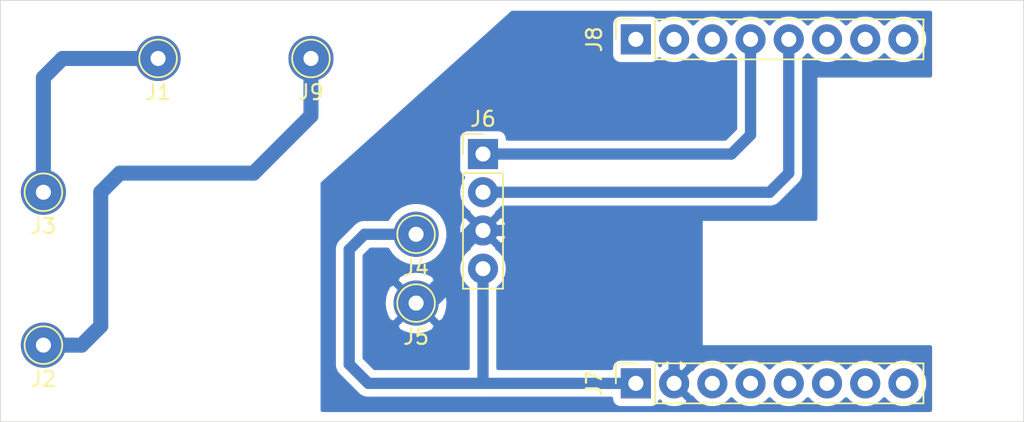
<source format=kicad_pcb>
(kicad_pcb (version 20171130) (host pcbnew "(5.0.2)-1")

  (general
    (thickness 1.6)
    (drawings 4)
    (tracks 34)
    (zones 0)
    (modules 9)
    (nets 7)
  )

  (page User 210.007 148.006)
  (layers
    (0 F.Cu signal)
    (31 B.Cu signal)
    (32 B.Adhes user)
    (33 F.Adhes user)
    (34 B.Paste user)
    (35 F.Paste user)
    (36 B.SilkS user)
    (37 F.SilkS user)
    (38 B.Mask user)
    (39 F.Mask user)
    (40 Dwgs.User user)
    (41 Cmts.User user)
    (42 Eco1.User user)
    (43 Eco2.User user)
    (44 Edge.Cuts user)
    (45 Margin user)
    (46 B.CrtYd user)
    (47 F.CrtYd user)
    (48 B.Fab user)
    (49 F.Fab user hide)
  )

  (setup
    (last_trace_width 0.25)
    (user_trace_width 0.5)
    (user_trace_width 0.75)
    (user_trace_width 1)
    (trace_clearance 0.2)
    (zone_clearance 0.508)
    (zone_45_only no)
    (trace_min 0.2)
    (segment_width 0.2)
    (edge_width 0.05)
    (via_size 0.8)
    (via_drill 0.4)
    (via_min_size 0.4)
    (via_min_drill 0.3)
    (uvia_size 0.3)
    (uvia_drill 0.1)
    (uvias_allowed no)
    (uvia_min_size 0.2)
    (uvia_min_drill 0.1)
    (pcb_text_width 0.3)
    (pcb_text_size 1.5 1.5)
    (mod_edge_width 0.12)
    (mod_text_size 1 1)
    (mod_text_width 0.15)
    (pad_size 3 3)
    (pad_drill 1)
    (pad_to_mask_clearance 0)
    (solder_mask_min_width 0.25)
    (aux_axis_origin 0 0)
    (visible_elements 7FFFFFFF)
    (pcbplotparams
      (layerselection 0x00000_fffffffe)
      (usegerberextensions false)
      (usegerberattributes true)
      (usegerberadvancedattributes true)
      (creategerberjobfile true)
      (excludeedgelayer false)
      (linewidth 0.100000)
      (plotframeref false)
      (viasonmask false)
      (mode 1)
      (useauxorigin false)
      (hpglpennumber 1)
      (hpglpenspeed 20)
      (hpglpendiameter 15.000000)
      (psnegative false)
      (psa4output false)
      (plotreference false)
      (plotvalue false)
      (plotinvisibletext false)
      (padsonsilk true)
      (subtractmaskfromsilk false)
      (outputformat 5)
      (mirror false)
      (drillshape 1)
      (scaleselection 1)
      (outputdirectory ""))
  )

  (net 0 "")
  (net 1 "Net-(J1-Pad1)")
  (net 2 /ac_neutral)
  (net 3 /dc_5v)
  (net 4 /gnd)
  (net 5 /clk)
  (net 6 /dio)

  (net_class Default "This is the default net class."
    (clearance 0.2)
    (trace_width 0.25)
    (via_dia 0.8)
    (via_drill 0.4)
    (uvia_dia 0.3)
    (uvia_drill 0.1)
    (add_net /ac_neutral)
    (add_net /clk)
    (add_net /dc_5v)
    (add_net /dio)
    (add_net /gnd)
    (add_net "Net-(J1-Pad1)")
  )

  (module Connector_Pin:Pin_D1.0mm_L10.0mm (layer F.Cu) (tedit 5FC9562B) (tstamp 5FC96122)
    (at 22.86 41.91)
    (descr "solder Pin_ diameter 1.0mm, hole diameter 1.0mm (press fit), length 10.0mm")
    (tags "solder Pin_ press fit")
    (path /5FC9CF43)
    (fp_text reference J2 (at 0 2.25) (layer F.SilkS)
      (effects (font (size 1 1) (thickness 0.15)))
    )
    (fp_text value Conn_01x01_Male (at 0 -2.05) (layer F.Fab)
      (effects (font (size 1 1) (thickness 0.15)))
    )
    (fp_circle (center 0 0) (end 1.25 0.05) (layer F.SilkS) (width 0.12))
    (fp_circle (center 0 0) (end 1 0) (layer F.Fab) (width 0.12))
    (fp_circle (center 0 0) (end 0.5 0) (layer F.Fab) (width 0.12))
    (fp_circle (center 0 0) (end 1.5 0) (layer F.CrtYd) (width 0.05))
    (fp_text user %R (at 0 2.25) (layer F.Fab)
      (effects (font (size 1 1) (thickness 0.15)))
    )
    (pad 1 thru_hole circle (at 0 0) (size 3 3) (drill 1) (layers *.Cu *.Mask)
      (net 2 /ac_neutral))
    (model ${KISYS3DMOD}/Connector_Pin.3dshapes/Pin_D1.0mm_L10.0mm.wrl
      (at (xyz 0 0 0))
      (scale (xyz 1 1 1))
      (rotate (xyz 0 0 0))
    )
  )

  (module Connector_Pin:Pin_D1.0mm_L10.0mm (layer F.Cu) (tedit 5FCCAEC8) (tstamp 5FC9612C)
    (at 22.86 31.75)
    (descr "solder Pin_ diameter 1.0mm, hole diameter 1.0mm (press fit), length 10.0mm")
    (tags "solder Pin_ press fit")
    (path /5FC9D399)
    (fp_text reference J3 (at 0 2.25) (layer F.SilkS)
      (effects (font (size 1 1) (thickness 0.15)))
    )
    (fp_text value Conn_01x01_Male (at 0 -2.05) (layer F.Fab)
      (effects (font (size 1 1) (thickness 0.15)))
    )
    (fp_text user %R (at 0 2.25) (layer F.Fab)
      (effects (font (size 1 1) (thickness 0.15)))
    )
    (fp_circle (center 0 0) (end 1.5 0) (layer F.CrtYd) (width 0.05))
    (fp_circle (center 0 0) (end 0.5 0) (layer F.Fab) (width 0.12))
    (fp_circle (center 0 0) (end 1 0) (layer F.Fab) (width 0.12))
    (fp_circle (center 0 0) (end 1.25 0.05) (layer F.SilkS) (width 0.12))
    (pad 1 thru_hole circle (at 0 0) (size 3 3) (drill 1) (layers *.Cu *.Mask)
      (net 1 "Net-(J1-Pad1)"))
    (model ${KISYS3DMOD}/Connector_Pin.3dshapes/Pin_D1.0mm_L10.0mm.wrl
      (at (xyz 0 0 0))
      (scale (xyz 1 1 1))
      (rotate (xyz 0 0 0))
    )
  )

  (module Connector_Pin:Pin_D1.0mm_L10.0mm (layer F.Cu) (tedit 5FC95611) (tstamp 5FC96136)
    (at 47.625 34.544)
    (descr "solder Pin_ diameter 1.0mm, hole diameter 1.0mm (press fit), length 10.0mm")
    (tags "solder Pin_ press fit")
    (path /5FC9D582)
    (fp_text reference J4 (at 0 2.25) (layer F.SilkS)
      (effects (font (size 1 1) (thickness 0.15)))
    )
    (fp_text value Conn_01x01_Male (at 0 -2.05) (layer F.Fab)
      (effects (font (size 1 1) (thickness 0.15)))
    )
    (fp_circle (center 0 0) (end 1.25 0.05) (layer F.SilkS) (width 0.12))
    (fp_circle (center 0 0) (end 1 0) (layer F.Fab) (width 0.12))
    (fp_circle (center 0 0) (end 0.5 0) (layer F.Fab) (width 0.12))
    (fp_circle (center 0 0) (end 1.5 0) (layer F.CrtYd) (width 0.05))
    (fp_text user %R (at 0 2.25) (layer F.Fab)
      (effects (font (size 1 1) (thickness 0.15)))
    )
    (pad 1 thru_hole circle (at 0 0) (size 3 3) (drill 1) (layers *.Cu *.Mask)
      (net 3 /dc_5v))
    (model ${KISYS3DMOD}/Connector_Pin.3dshapes/Pin_D1.0mm_L10.0mm.wrl
      (at (xyz 0 0 0))
      (scale (xyz 1 1 1))
      (rotate (xyz 0 0 0))
    )
  )

  (module Connector_Pin:Pin_D1.0mm_L10.0mm (layer F.Cu) (tedit 5FC9561C) (tstamp 5FC96140)
    (at 47.625 39.116)
    (descr "solder Pin_ diameter 1.0mm, hole diameter 1.0mm (press fit), length 10.0mm")
    (tags "solder Pin_ press fit")
    (path /5FC9D8B6)
    (fp_text reference J5 (at 0 2.25) (layer F.SilkS)
      (effects (font (size 1 1) (thickness 0.15)))
    )
    (fp_text value Conn_01x01_Male (at 0 -2.05) (layer F.Fab)
      (effects (font (size 1 1) (thickness 0.15)))
    )
    (fp_text user %R (at 0 2.25) (layer F.Fab)
      (effects (font (size 1 1) (thickness 0.15)))
    )
    (fp_circle (center 0 0) (end 1.5 0) (layer F.CrtYd) (width 0.05))
    (fp_circle (center 0 0) (end 0.5 0) (layer F.Fab) (width 0.12))
    (fp_circle (center 0 0) (end 1 0) (layer F.Fab) (width 0.12))
    (fp_circle (center 0 0) (end 1.25 0.05) (layer F.SilkS) (width 0.12))
    (pad 1 thru_hole circle (at 0 0) (size 3 3) (drill 1) (layers *.Cu *.Mask)
      (net 4 /gnd))
    (model ${KISYS3DMOD}/Connector_Pin.3dshapes/Pin_D1.0mm_L10.0mm.wrl
      (at (xyz 0 0 0))
      (scale (xyz 1 1 1))
      (rotate (xyz 0 0 0))
    )
  )

  (module Connector_PinHeader_2.54mm:PinHeader_1x04_P2.54mm_Vertical (layer F.Cu) (tedit 5FCCAE3B) (tstamp 5FC96158)
    (at 52.07 29.21)
    (descr "Through hole straight pin header, 1x04, 2.54mm pitch, single row")
    (tags "Through hole pin header THT 1x04 2.54mm single row")
    (path /5FC9B056)
    (fp_text reference J6 (at 0 -2.33) (layer F.SilkS)
      (effects (font (size 1 1) (thickness 0.15)))
    )
    (fp_text value Conn_01x04_Male (at 0 9.95) (layer F.Fab)
      (effects (font (size 1 1) (thickness 0.15)))
    )
    (fp_line (start 1.8 -1.8) (end -1.8 -1.8) (layer F.CrtYd) (width 0.05))
    (fp_line (start 1.8 9.4) (end 1.8 -1.8) (layer F.CrtYd) (width 0.05))
    (fp_line (start -1.8 9.4) (end 1.8 9.4) (layer F.CrtYd) (width 0.05))
    (fp_line (start -1.8 -1.8) (end -1.8 9.4) (layer F.CrtYd) (width 0.05))
    (fp_line (start -1.33 -1.33) (end 0 -1.33) (layer F.SilkS) (width 0.12))
    (fp_line (start -1.33 0) (end -1.33 -1.33) (layer F.SilkS) (width 0.12))
    (fp_line (start -1.33 1.27) (end 1.33 1.27) (layer F.SilkS) (width 0.12))
    (fp_line (start 1.33 1.27) (end 1.33 8.95) (layer F.SilkS) (width 0.12))
    (fp_line (start -1.33 1.27) (end -1.33 8.95) (layer F.SilkS) (width 0.12))
    (fp_line (start -1.33 8.95) (end 1.33 8.95) (layer F.SilkS) (width 0.12))
    (fp_line (start -1.27 -0.635) (end -0.635 -1.27) (layer F.Fab) (width 0.1))
    (fp_line (start -1.27 8.89) (end -1.27 -0.635) (layer F.Fab) (width 0.1))
    (fp_line (start 1.27 8.89) (end -1.27 8.89) (layer F.Fab) (width 0.1))
    (fp_line (start 1.27 -1.27) (end 1.27 8.89) (layer F.Fab) (width 0.1))
    (fp_line (start -0.635 -1.27) (end 1.27 -1.27) (layer F.Fab) (width 0.1))
    (fp_text user %R (at 0 3.81 90) (layer F.Fab)
      (effects (font (size 1 1) (thickness 0.15)))
    )
    (pad 1 thru_hole rect (at 0 0) (size 2 2) (drill 1) (layers *.Cu *.Mask)
      (net 5 /clk))
    (pad 2 thru_hole circle (at 0 2.54) (size 2 2) (drill 1) (layers *.Cu *.Mask)
      (net 6 /dio))
    (pad 3 thru_hole circle (at 0 5.08) (size 2 2) (drill 1) (layers *.Cu *.Mask)
      (net 4 /gnd))
    (pad 4 thru_hole circle (at 0 7.62) (size 2 2) (drill 1) (layers *.Cu *.Mask)
      (net 3 /dc_5v))
    (model ${KISYS3DMOD}/Connector_PinHeader_2.54mm.3dshapes/PinHeader_1x04_P2.54mm_Vertical.wrl
      (at (xyz 0 0 0))
      (scale (xyz 1 1 1))
      (rotate (xyz 0 0 0))
    )
  )

  (module Connector_PinSocket_2.54mm:PinSocket_1x08_P2.54mm_Vertical (layer F.Cu) (tedit 5FCCAE75) (tstamp 5FC96174)
    (at 62.23 44.45 90)
    (descr "Through hole straight socket strip, 1x08, 2.54mm pitch, single row (from Kicad 4.0.7), script generated")
    (tags "Through hole socket strip THT 1x08 2.54mm single row")
    (path /5FC9B915)
    (fp_text reference J7 (at 0 -2.77 90) (layer F.SilkS)
      (effects (font (size 1 1) (thickness 0.15)))
    )
    (fp_text value Conn_01x08_Female (at 0 20.55 90) (layer F.Fab)
      (effects (font (size 1 1) (thickness 0.15)))
    )
    (fp_line (start -1.8 19.55) (end -1.8 -1.8) (layer F.CrtYd) (width 0.05))
    (fp_line (start 1.75 19.55) (end -1.8 19.55) (layer F.CrtYd) (width 0.05))
    (fp_line (start 1.75 -1.8) (end 1.75 19.55) (layer F.CrtYd) (width 0.05))
    (fp_line (start -1.8 -1.8) (end 1.75 -1.8) (layer F.CrtYd) (width 0.05))
    (fp_line (start 0 -1.33) (end 1.33 -1.33) (layer F.SilkS) (width 0.12))
    (fp_line (start 1.33 -1.33) (end 1.33 0) (layer F.SilkS) (width 0.12))
    (fp_line (start 1.33 1.27) (end 1.33 19.11) (layer F.SilkS) (width 0.12))
    (fp_line (start -1.33 19.11) (end 1.33 19.11) (layer F.SilkS) (width 0.12))
    (fp_line (start -1.33 1.27) (end -1.33 19.11) (layer F.SilkS) (width 0.12))
    (fp_line (start -1.33 1.27) (end 1.33 1.27) (layer F.SilkS) (width 0.12))
    (fp_line (start -1.27 19.05) (end -1.27 -1.27) (layer F.Fab) (width 0.1))
    (fp_line (start 1.27 19.05) (end -1.27 19.05) (layer F.Fab) (width 0.1))
    (fp_line (start 1.27 -0.635) (end 1.27 19.05) (layer F.Fab) (width 0.1))
    (fp_line (start 0.635 -1.27) (end 1.27 -0.635) (layer F.Fab) (width 0.1))
    (fp_line (start -1.27 -1.27) (end 0.635 -1.27) (layer F.Fab) (width 0.1))
    (fp_text user %R (at 0 8.89) (layer F.Fab)
      (effects (font (size 1 1) (thickness 0.15)))
    )
    (pad 1 thru_hole rect (at 0 0 90) (size 2 2) (drill 1) (layers *.Cu *.Mask)
      (net 3 /dc_5v))
    (pad 2 thru_hole circle (at 0 2.54 90) (size 2 2) (drill 1) (layers *.Cu *.Mask)
      (net 4 /gnd))
    (pad 3 thru_hole circle (at 0 5.08 90) (size 2 2) (drill 1) (layers *.Cu *.Mask))
    (pad 4 thru_hole circle (at 0 7.62 90) (size 2 2) (drill 1) (layers *.Cu *.Mask))
    (pad 5 thru_hole circle (at 0 10.16 90) (size 2 2) (drill 1) (layers *.Cu *.Mask))
    (pad 6 thru_hole circle (at 0 12.7 90) (size 2 2) (drill 1) (layers *.Cu *.Mask))
    (pad 7 thru_hole circle (at 0 15.24 90) (size 2 2) (drill 1) (layers *.Cu *.Mask))
    (pad 8 thru_hole circle (at 0 17.78 90) (size 2 2) (drill 1) (layers *.Cu *.Mask))
    (model ${KISYS3DMOD}/Connector_PinSocket_2.54mm.3dshapes/PinSocket_1x08_P2.54mm_Vertical.wrl
      (at (xyz 0 0 0))
      (scale (xyz 1 1 1))
      (rotate (xyz 0 0 0))
    )
  )

  (module Connector_PinSocket_2.54mm:PinSocket_1x08_P2.54mm_Vertical (layer F.Cu) (tedit 5FC961C4) (tstamp 5FC96190)
    (at 62.23 21.59 90)
    (descr "Through hole straight socket strip, 1x08, 2.54mm pitch, single row (from Kicad 4.0.7), script generated")
    (tags "Through hole socket strip THT 1x08 2.54mm single row")
    (path /5FC9C10B)
    (fp_text reference J8 (at 0 -2.77 90) (layer F.SilkS)
      (effects (font (size 1 1) (thickness 0.15)))
    )
    (fp_text value Conn_01x08_Female (at 0 20.55 90) (layer F.Fab)
      (effects (font (size 1 1) (thickness 0.15)))
    )
    (fp_text user %R (at 0 8.89) (layer F.Fab)
      (effects (font (size 1 1) (thickness 0.15)))
    )
    (fp_line (start -1.27 -1.27) (end 0.635 -1.27) (layer F.Fab) (width 0.1))
    (fp_line (start 0.635 -1.27) (end 1.27 -0.635) (layer F.Fab) (width 0.1))
    (fp_line (start 1.27 -0.635) (end 1.27 19.05) (layer F.Fab) (width 0.1))
    (fp_line (start 1.27 19.05) (end -1.27 19.05) (layer F.Fab) (width 0.1))
    (fp_line (start -1.27 19.05) (end -1.27 -1.27) (layer F.Fab) (width 0.1))
    (fp_line (start -1.33 1.27) (end 1.33 1.27) (layer F.SilkS) (width 0.12))
    (fp_line (start -1.33 1.27) (end -1.33 19.11) (layer F.SilkS) (width 0.12))
    (fp_line (start -1.33 19.11) (end 1.33 19.11) (layer F.SilkS) (width 0.12))
    (fp_line (start 1.33 1.27) (end 1.33 19.11) (layer F.SilkS) (width 0.12))
    (fp_line (start 1.33 -1.33) (end 1.33 0) (layer F.SilkS) (width 0.12))
    (fp_line (start 0 -1.33) (end 1.33 -1.33) (layer F.SilkS) (width 0.12))
    (fp_line (start -1.8 -1.8) (end 1.75 -1.8) (layer F.CrtYd) (width 0.05))
    (fp_line (start 1.75 -1.8) (end 1.75 19.55) (layer F.CrtYd) (width 0.05))
    (fp_line (start 1.75 19.55) (end -1.8 19.55) (layer F.CrtYd) (width 0.05))
    (fp_line (start -1.8 19.55) (end -1.8 -1.8) (layer F.CrtYd) (width 0.05))
    (pad 8 thru_hole circle (at 0 17.78 90) (size 2 2) (drill 1) (layers *.Cu *.Mask))
    (pad 7 thru_hole circle (at 0 15.24 90) (size 2 2) (drill 1) (layers *.Cu *.Mask))
    (pad 6 thru_hole circle (at 0 12.7 90) (size 2 2) (drill 1) (layers *.Cu *.Mask))
    (pad 5 thru_hole circle (at 0 10.16 90) (size 2 2) (drill 1) (layers *.Cu *.Mask)
      (net 6 /dio))
    (pad 4 thru_hole circle (at 0 7.62 90) (size 2 2) (drill 1) (layers *.Cu *.Mask)
      (net 5 /clk))
    (pad 3 thru_hole circle (at 0 5.08 90) (size 2 2) (drill 1) (layers *.Cu *.Mask))
    (pad 2 thru_hole circle (at 0 2.54 90) (size 2 2) (drill 1) (layers *.Cu *.Mask))
    (pad 1 thru_hole rect (at 0 0 90) (size 2 2) (drill 1) (layers *.Cu *.Mask))
    (model ${KISYS3DMOD}/Connector_PinSocket_2.54mm.3dshapes/PinSocket_1x08_P2.54mm_Vertical.wrl
      (at (xyz 0 0 0))
      (scale (xyz 1 1 1))
      (rotate (xyz 0 0 0))
    )
  )

  (module Connector_Pin:Pin_D1.0mm_L10.0mm (layer F.Cu) (tedit 5FC958F4) (tstamp 5FC96FCE)
    (at 30.48 22.86)
    (descr "solder Pin_ diameter 1.0mm, hole diameter 1.0mm (press fit), length 10.0mm")
    (tags "solder Pin_ press fit")
    (path /5FCB40A9)
    (fp_text reference J1 (at 0 2.25) (layer F.SilkS)
      (effects (font (size 1 1) (thickness 0.15)))
    )
    (fp_text value Conn_01x01_Male (at 0 -2.05) (layer F.Fab)
      (effects (font (size 1 1) (thickness 0.15)))
    )
    (fp_text user %R (at 0 2.25) (layer F.Fab)
      (effects (font (size 1 1) (thickness 0.15)))
    )
    (fp_circle (center 0 0) (end 1.5 0) (layer F.CrtYd) (width 0.05))
    (fp_circle (center 0 0) (end 0.5 0) (layer F.Fab) (width 0.12))
    (fp_circle (center 0 0) (end 1 0) (layer F.Fab) (width 0.12))
    (fp_circle (center 0 0) (end 1.25 0.05) (layer F.SilkS) (width 0.12))
    (pad 1 thru_hole circle (at 0 0) (size 3 3) (drill 1) (layers *.Cu *.Mask)
      (net 1 "Net-(J1-Pad1)"))
    (model ${KISYS3DMOD}/Connector_Pin.3dshapes/Pin_D1.0mm_L10.0mm.wrl
      (at (xyz 0 0 0))
      (scale (xyz 1 1 1))
      (rotate (xyz 0 0 0))
    )
  )

  (module Connector_Pin:Pin_D1.0mm_L10.0mm (layer F.Cu) (tedit 5FC958FA) (tstamp 5FC96FD8)
    (at 40.64 22.86)
    (descr "solder Pin_ diameter 1.0mm, hole diameter 1.0mm (press fit), length 10.0mm")
    (tags "solder Pin_ press fit")
    (path /5FCB3A74)
    (fp_text reference J9 (at 0 2.25) (layer F.SilkS)
      (effects (font (size 1 1) (thickness 0.15)))
    )
    (fp_text value Conn_01x01_Male (at 0 -2.05) (layer F.Fab)
      (effects (font (size 1 1) (thickness 0.15)))
    )
    (fp_circle (center 0 0) (end 1.25 0.05) (layer F.SilkS) (width 0.12))
    (fp_circle (center 0 0) (end 1 0) (layer F.Fab) (width 0.12))
    (fp_circle (center 0 0) (end 0.5 0) (layer F.Fab) (width 0.12))
    (fp_circle (center 0 0) (end 1.5 0) (layer F.CrtYd) (width 0.05))
    (fp_text user %R (at 0 2.25) (layer F.Fab)
      (effects (font (size 1 1) (thickness 0.15)))
    )
    (pad 1 thru_hole circle (at 0 0) (size 3 3) (drill 1) (layers *.Cu *.Mask)
      (net 2 /ac_neutral))
    (model ${KISYS3DMOD}/Connector_Pin.3dshapes/Pin_D1.0mm_L10.0mm.wrl
      (at (xyz 0 0 0))
      (scale (xyz 1 1 1))
      (rotate (xyz 0 0 0))
    )
  )

  (gr_line (start 88 19) (end 20 19) (layer Edge.Cuts) (width 0.05) (tstamp 5FC96DAE))
  (gr_line (start 88 47) (end 88 19) (layer Edge.Cuts) (width 0.05))
  (gr_line (start 20 47) (end 88 47) (layer Edge.Cuts) (width 0.05))
  (gr_line (start 20 19) (end 20 47) (layer Edge.Cuts) (width 0.05))

  (segment (start 22.86 31.75) (end 22.86 24.13) (width 1) (layer B.Cu) (net 1))
  (segment (start 24.13 22.86) (end 30.48 22.86) (width 1) (layer B.Cu) (net 1))
  (segment (start 22.86 24.13) (end 24.13 22.86) (width 1) (layer B.Cu) (net 1))
  (segment (start 25.4 41.91) (end 22.86 41.91) (width 1) (layer B.Cu) (net 2))
  (segment (start 26.67 40.64) (end 25.4 41.91) (width 1) (layer B.Cu) (net 2))
  (segment (start 26.67 31.75) (end 26.67 40.64) (width 1) (layer B.Cu) (net 2))
  (segment (start 27.94 30.48) (end 26.67 31.75) (width 1) (layer B.Cu) (net 2))
  (segment (start 36.83 30.48) (end 27.94 30.48) (width 1) (layer B.Cu) (net 2))
  (segment (start 40.64 26.67) (end 36.83 30.48) (width 1) (layer B.Cu) (net 2))
  (segment (start 40.64 26.67) (end 40.64 22.86) (width 1) (layer B.Cu) (net 2))
  (segment (start 52.07 36.83) (end 52.07 44.45) (width 0.75) (layer B.Cu) (net 3))
  (segment (start 52.07 44.45) (end 62.23 44.45) (width 0.75) (layer B.Cu) (net 3))
  (segment (start 47.625 34.544) (end 44.196 34.544) (width 0.75) (layer B.Cu) (net 3))
  (segment (start 44.196 34.544) (end 43.18 35.56) (width 0.75) (layer B.Cu) (net 3))
  (segment (start 43.18 35.56) (end 43.18 43.18) (width 0.75) (layer B.Cu) (net 3))
  (segment (start 44.45 44.45) (end 52.07 44.45) (width 0.75) (layer B.Cu) (net 3))
  (segment (start 43.18 43.18) (end 44.45 44.45) (width 0.75) (layer B.Cu) (net 3))
  (segment (start 52.07 34.29) (end 63.5 34.29) (width 0.75) (layer B.Cu) (net 4))
  (segment (start 63.5 34.29) (end 64.77 35.56) (width 0.75) (layer B.Cu) (net 4))
  (segment (start 64.77 35.56) (end 64.77 44.45) (width 0.75) (layer B.Cu) (net 4))
  (segment (start 47.625 39.116) (end 47.625 38.735) (width 1) (layer B.Cu) (net 4))
  (segment (start 51.435 34.29) (end 52.07 34.29) (width 1) (layer B.Cu) (net 4))
  (segment (start 50.165 35.56) (end 51.435 34.29) (width 1) (layer B.Cu) (net 4))
  (segment (start 49.53 36.83) (end 50.165 36.195) (width 1) (layer B.Cu) (net 4))
  (segment (start 49.53 38.1) (end 49.53 36.83) (width 1) (layer B.Cu) (net 4))
  (segment (start 50.165 36.195) (end 50.165 35.56) (width 1) (layer B.Cu) (net 4))
  (segment (start 48.514 39.116) (end 49.53 38.1) (width 1) (layer B.Cu) (net 4))
  (segment (start 47.625 39.116) (end 48.514 39.116) (width 1) (layer B.Cu) (net 4))
  (segment (start 52.07 29.21) (end 68.58 29.21) (width 0.75) (layer B.Cu) (net 5))
  (segment (start 68.58 29.21) (end 69.85 27.94) (width 0.75) (layer B.Cu) (net 5))
  (segment (start 69.85 27.94) (end 69.85 21.59) (width 0.75) (layer B.Cu) (net 5))
  (segment (start 52.07 31.75) (end 71.12 31.75) (width 0.75) (layer B.Cu) (net 6))
  (segment (start 71.12 31.75) (end 72.39 30.48) (width 0.75) (layer B.Cu) (net 6))
  (segment (start 72.39 30.48) (end 72.39 21.59) (width 0.75) (layer B.Cu) (net 6))

  (zone (net 4) (net_name /gnd) (layer B.Cu) (tstamp 5FCCB971) (hatch edge 0.508)
    (connect_pads (clearance 0.508))
    (min_thickness 0.254)
    (fill yes (arc_segments 32) (thermal_gap 0.508) (thermal_bridge_width 0.508))
    (polygon
      (pts
        (xy 81.915 24.13) (xy 74.295 24.13) (xy 74.295 33.655) (xy 66.675 33.655) (xy 66.675 41.91)
        (xy 81.915 41.91) (xy 81.915 46.355) (xy 41.275 46.355) (xy 41.275 31.115) (xy 53.975 19.685)
        (xy 81.915 19.685)
      )
    )
    (filled_polygon
      (pts
        (xy 81.788 24.003) (xy 74.295 24.003) (xy 74.270224 24.00544) (xy 74.246399 24.012667) (xy 74.224443 24.024403)
        (xy 74.205197 24.040197) (xy 74.189403 24.059443) (xy 74.177667 24.081399) (xy 74.17044 24.105224) (xy 74.168 24.13)
        (xy 74.168 33.528) (xy 66.675 33.528) (xy 66.650224 33.53044) (xy 66.626399 33.537667) (xy 66.604443 33.549403)
        (xy 66.585197 33.565197) (xy 66.569403 33.584443) (xy 66.557667 33.606399) (xy 66.55044 33.630224) (xy 66.548 33.655)
        (xy 66.548 41.91) (xy 66.55044 41.934776) (xy 66.557667 41.958601) (xy 66.569403 41.980557) (xy 66.585197 41.999803)
        (xy 66.604443 42.015597) (xy 66.626399 42.027333) (xy 66.650224 42.03456) (xy 66.675 42.037) (xy 81.788 42.037)
        (xy 81.788 46.228) (xy 41.402 46.228) (xy 41.402 35.56) (xy 42.165114 35.56) (xy 42.17 35.609608)
        (xy 42.170001 43.130382) (xy 42.165114 43.18) (xy 42.184615 43.377994) (xy 42.242368 43.568379) (xy 42.262559 43.606153)
        (xy 42.336154 43.74384) (xy 42.462368 43.897633) (xy 42.500901 43.929256) (xy 43.700739 45.129094) (xy 43.732367 45.167633)
        (xy 43.88616 45.293847) (xy 44.06162 45.387632) (xy 44.252006 45.445385) (xy 44.400392 45.46) (xy 44.400394 45.46)
        (xy 44.449999 45.464886) (xy 44.499604 45.46) (xy 52.020393 45.46) (xy 52.07 45.464886) (xy 52.119608 45.46)
        (xy 60.592913 45.46) (xy 60.604188 45.574482) (xy 60.640498 45.69418) (xy 60.699463 45.804494) (xy 60.778815 45.901185)
        (xy 60.875506 45.980537) (xy 60.98582 46.039502) (xy 61.105518 46.075812) (xy 61.23 46.088072) (xy 63.23 46.088072)
        (xy 63.354482 46.075812) (xy 63.47418 46.039502) (xy 63.584494 45.980537) (xy 63.681185 45.901185) (xy 63.760537 45.804494)
        (xy 63.819502 45.69418) (xy 63.835037 45.642967) (xy 63.909956 45.849814) (xy 64.199571 45.990704) (xy 64.511108 46.072384)
        (xy 64.832595 46.091718) (xy 65.151675 46.047961) (xy 65.456088 45.942795) (xy 65.630044 45.849814) (xy 65.725808 45.585413)
        (xy 64.77 44.629605) (xy 64.755858 44.643748) (xy 64.576253 44.464143) (xy 64.590395 44.45) (xy 64.949605 44.45)
        (xy 65.905413 45.405808) (xy 65.96728 45.3834) (xy 66.040013 45.492252) (xy 66.267748 45.719987) (xy 66.535537 45.898918)
        (xy 66.833088 46.022168) (xy 67.148967 46.085) (xy 67.471033 46.085) (xy 67.786912 46.022168) (xy 68.084463 45.898918)
        (xy 68.352252 45.719987) (xy 68.579987 45.492252) (xy 68.58 45.492233) (xy 68.580013 45.492252) (xy 68.807748 45.719987)
        (xy 69.075537 45.898918) (xy 69.373088 46.022168) (xy 69.688967 46.085) (xy 70.011033 46.085) (xy 70.326912 46.022168)
        (xy 70.624463 45.898918) (xy 70.892252 45.719987) (xy 71.119987 45.492252) (xy 71.12 45.492233) (xy 71.120013 45.492252)
        (xy 71.347748 45.719987) (xy 71.615537 45.898918) (xy 71.913088 46.022168) (xy 72.228967 46.085) (xy 72.551033 46.085)
        (xy 72.866912 46.022168) (xy 73.164463 45.898918) (xy 73.432252 45.719987) (xy 73.659987 45.492252) (xy 73.66 45.492233)
        (xy 73.660013 45.492252) (xy 73.887748 45.719987) (xy 74.155537 45.898918) (xy 74.453088 46.022168) (xy 74.768967 46.085)
        (xy 75.091033 46.085) (xy 75.406912 46.022168) (xy 75.704463 45.898918) (xy 75.972252 45.719987) (xy 76.199987 45.492252)
        (xy 76.2 45.492233) (xy 76.200013 45.492252) (xy 76.427748 45.719987) (xy 76.695537 45.898918) (xy 76.993088 46.022168)
        (xy 77.308967 46.085) (xy 77.631033 46.085) (xy 77.946912 46.022168) (xy 78.244463 45.898918) (xy 78.512252 45.719987)
        (xy 78.739987 45.492252) (xy 78.74 45.492233) (xy 78.740013 45.492252) (xy 78.967748 45.719987) (xy 79.235537 45.898918)
        (xy 79.533088 46.022168) (xy 79.848967 46.085) (xy 80.171033 46.085) (xy 80.486912 46.022168) (xy 80.784463 45.898918)
        (xy 81.052252 45.719987) (xy 81.279987 45.492252) (xy 81.458918 45.224463) (xy 81.582168 44.926912) (xy 81.645 44.611033)
        (xy 81.645 44.288967) (xy 81.582168 43.973088) (xy 81.458918 43.675537) (xy 81.279987 43.407748) (xy 81.052252 43.180013)
        (xy 80.784463 43.001082) (xy 80.486912 42.877832) (xy 80.171033 42.815) (xy 79.848967 42.815) (xy 79.533088 42.877832)
        (xy 79.235537 43.001082) (xy 78.967748 43.180013) (xy 78.740013 43.407748) (xy 78.74 43.407767) (xy 78.739987 43.407748)
        (xy 78.512252 43.180013) (xy 78.244463 43.001082) (xy 77.946912 42.877832) (xy 77.631033 42.815) (xy 77.308967 42.815)
        (xy 76.993088 42.877832) (xy 76.695537 43.001082) (xy 76.427748 43.180013) (xy 76.200013 43.407748) (xy 76.2 43.407767)
        (xy 76.199987 43.407748) (xy 75.972252 43.180013) (xy 75.704463 43.001082) (xy 75.406912 42.877832) (xy 75.091033 42.815)
        (xy 74.768967 42.815) (xy 74.453088 42.877832) (xy 74.155537 43.001082) (xy 73.887748 43.180013) (xy 73.660013 43.407748)
        (xy 73.66 43.407767) (xy 73.659987 43.407748) (xy 73.432252 43.180013) (xy 73.164463 43.001082) (xy 72.866912 42.877832)
        (xy 72.551033 42.815) (xy 72.228967 42.815) (xy 71.913088 42.877832) (xy 71.615537 43.001082) (xy 71.347748 43.180013)
        (xy 71.120013 43.407748) (xy 71.12 43.407767) (xy 71.119987 43.407748) (xy 70.892252 43.180013) (xy 70.624463 43.001082)
        (xy 70.326912 42.877832) (xy 70.011033 42.815) (xy 69.688967 42.815) (xy 69.373088 42.877832) (xy 69.075537 43.001082)
        (xy 68.807748 43.180013) (xy 68.580013 43.407748) (xy 68.58 43.407767) (xy 68.579987 43.407748) (xy 68.352252 43.180013)
        (xy 68.084463 43.001082) (xy 67.786912 42.877832) (xy 67.471033 42.815) (xy 67.148967 42.815) (xy 66.833088 42.877832)
        (xy 66.535537 43.001082) (xy 66.267748 43.180013) (xy 66.040013 43.407748) (xy 65.96728 43.5166) (xy 65.905413 43.494192)
        (xy 64.949605 44.45) (xy 64.590395 44.45) (xy 64.576253 44.435858) (xy 64.755858 44.256253) (xy 64.77 44.270395)
        (xy 65.725808 43.314587) (xy 65.630044 43.050186) (xy 65.340429 42.909296) (xy 65.028892 42.827616) (xy 64.707405 42.808282)
        (xy 64.388325 42.852039) (xy 64.083912 42.957205) (xy 63.909956 43.050186) (xy 63.835037 43.257033) (xy 63.819502 43.20582)
        (xy 63.760537 43.095506) (xy 63.681185 42.998815) (xy 63.584494 42.919463) (xy 63.47418 42.860498) (xy 63.354482 42.824188)
        (xy 63.23 42.811928) (xy 61.23 42.811928) (xy 61.105518 42.824188) (xy 60.98582 42.860498) (xy 60.875506 42.919463)
        (xy 60.778815 42.998815) (xy 60.699463 43.095506) (xy 60.640498 43.20582) (xy 60.604188 43.325518) (xy 60.592913 43.44)
        (xy 53.08 43.44) (xy 53.08 38.121537) (xy 53.112252 38.099987) (xy 53.339987 37.872252) (xy 53.518918 37.604463)
        (xy 53.642168 37.306912) (xy 53.705 36.991033) (xy 53.705 36.668967) (xy 53.642168 36.353088) (xy 53.518918 36.055537)
        (xy 53.339987 35.787748) (xy 53.112252 35.560013) (xy 53.0034 35.48728) (xy 53.025808 35.425413) (xy 52.07 34.469605)
        (xy 51.114192 35.425413) (xy 51.1366 35.48728) (xy 51.027748 35.560013) (xy 50.800013 35.787748) (xy 50.621082 36.055537)
        (xy 50.497832 36.353088) (xy 50.435 36.668967) (xy 50.435 36.991033) (xy 50.497832 37.306912) (xy 50.621082 37.604463)
        (xy 50.800013 37.872252) (xy 51.027748 38.099987) (xy 51.06 38.121537) (xy 51.060001 43.44) (xy 44.868355 43.44)
        (xy 44.19 42.761645) (xy 44.19 40.607653) (xy 46.312952 40.607653) (xy 46.468962 40.923214) (xy 46.843745 41.11402)
        (xy 47.248551 41.228044) (xy 47.667824 41.260902) (xy 48.085451 41.211334) (xy 48.485383 41.081243) (xy 48.781038 40.923214)
        (xy 48.937048 40.607653) (xy 47.625 39.295605) (xy 46.312952 40.607653) (xy 44.19 40.607653) (xy 44.19 39.158824)
        (xy 45.480098 39.158824) (xy 45.529666 39.576451) (xy 45.659757 39.976383) (xy 45.817786 40.272038) (xy 46.133347 40.428048)
        (xy 47.445395 39.116) (xy 47.804605 39.116) (xy 49.116653 40.428048) (xy 49.432214 40.272038) (xy 49.62302 39.897255)
        (xy 49.737044 39.492449) (xy 49.769902 39.073176) (xy 49.720334 38.655549) (xy 49.590243 38.255617) (xy 49.432214 37.959962)
        (xy 49.116653 37.803952) (xy 47.804605 39.116) (xy 47.445395 39.116) (xy 46.133347 37.803952) (xy 45.817786 37.959962)
        (xy 45.62698 38.334745) (xy 45.512956 38.739551) (xy 45.480098 39.158824) (xy 44.19 39.158824) (xy 44.19 37.624347)
        (xy 46.312952 37.624347) (xy 47.625 38.936395) (xy 48.937048 37.624347) (xy 48.781038 37.308786) (xy 48.406255 37.11798)
        (xy 48.001449 37.003956) (xy 47.582176 36.971098) (xy 47.164549 37.020666) (xy 46.764617 37.150757) (xy 46.468962 37.308786)
        (xy 46.312952 37.624347) (xy 44.19 37.624347) (xy 44.19 35.978355) (xy 44.614356 35.554) (xy 45.732449 35.554)
        (xy 45.732988 35.555302) (xy 45.966637 35.904983) (xy 46.264017 36.202363) (xy 46.613698 36.436012) (xy 47.002244 36.596953)
        (xy 47.414721 36.679) (xy 47.835279 36.679) (xy 48.247756 36.596953) (xy 48.636302 36.436012) (xy 48.985983 36.202363)
        (xy 49.283363 35.904983) (xy 49.517012 35.555302) (xy 49.677953 35.166756) (xy 49.76 34.754279) (xy 49.76 34.352595)
        (xy 50.428282 34.352595) (xy 50.472039 34.671675) (xy 50.577205 34.976088) (xy 50.670186 35.150044) (xy 50.934587 35.245808)
        (xy 51.890395 34.29) (xy 52.249605 34.29) (xy 53.205413 35.245808) (xy 53.469814 35.150044) (xy 53.610704 34.860429)
        (xy 53.692384 34.548892) (xy 53.711718 34.227405) (xy 53.667961 33.908325) (xy 53.562795 33.603912) (xy 53.469814 33.429956)
        (xy 53.205413 33.334192) (xy 52.249605 34.29) (xy 51.890395 34.29) (xy 50.934587 33.334192) (xy 50.670186 33.429956)
        (xy 50.529296 33.719571) (xy 50.447616 34.031108) (xy 50.428282 34.352595) (xy 49.76 34.352595) (xy 49.76 34.333721)
        (xy 49.677953 33.921244) (xy 49.517012 33.532698) (xy 49.283363 33.183017) (xy 48.985983 32.885637) (xy 48.636302 32.651988)
        (xy 48.247756 32.491047) (xy 47.835279 32.409) (xy 47.414721 32.409) (xy 47.002244 32.491047) (xy 46.613698 32.651988)
        (xy 46.264017 32.885637) (xy 45.966637 33.183017) (xy 45.732988 33.532698) (xy 45.732449 33.534) (xy 44.245608 33.534)
        (xy 44.196 33.529114) (xy 43.998005 33.548615) (xy 43.815716 33.603912) (xy 43.80762 33.606368) (xy 43.63216 33.700153)
        (xy 43.478367 33.826367) (xy 43.446743 33.864901) (xy 42.500906 34.810739) (xy 42.462367 34.842367) (xy 42.336153 34.99616)
        (xy 42.276459 35.107841) (xy 42.242368 35.171621) (xy 42.184615 35.362006) (xy 42.165114 35.56) (xy 41.402 35.56)
        (xy 41.402 31.171561) (xy 44.692623 28.21) (xy 50.431928 28.21) (xy 50.431928 30.21) (xy 50.444188 30.334482)
        (xy 50.480498 30.45418) (xy 50.539463 30.564494) (xy 50.618815 30.661185) (xy 50.715506 30.740537) (xy 50.76163 30.765191)
        (xy 50.621082 30.975537) (xy 50.497832 31.273088) (xy 50.435 31.588967) (xy 50.435 31.911033) (xy 50.497832 32.226912)
        (xy 50.621082 32.524463) (xy 50.800013 32.792252) (xy 51.027748 33.019987) (xy 51.1366 33.09272) (xy 51.114192 33.154587)
        (xy 52.07 34.110395) (xy 53.025808 33.154587) (xy 53.0034 33.09272) (xy 53.112252 33.019987) (xy 53.339987 32.792252)
        (xy 53.361537 32.76) (xy 71.070392 32.76) (xy 71.12 32.764886) (xy 71.317994 32.745385) (xy 71.50838 32.687632)
        (xy 71.68384 32.593847) (xy 71.837633 32.467633) (xy 71.869261 32.429094) (xy 73.069094 31.229261) (xy 73.107633 31.197633)
        (xy 73.233847 31.04384) (xy 73.327632 30.86838) (xy 73.385385 30.677994) (xy 73.4 30.529608) (xy 73.4 30.529606)
        (xy 73.404886 30.480001) (xy 73.4 30.430396) (xy 73.4 22.881537) (xy 73.432252 22.859987) (xy 73.659987 22.632252)
        (xy 73.66 22.632233) (xy 73.660013 22.632252) (xy 73.887748 22.859987) (xy 74.155537 23.038918) (xy 74.453088 23.162168)
        (xy 74.768967 23.225) (xy 75.091033 23.225) (xy 75.406912 23.162168) (xy 75.704463 23.038918) (xy 75.972252 22.859987)
        (xy 76.199987 22.632252) (xy 76.2 22.632233) (xy 76.200013 22.632252) (xy 76.427748 22.859987) (xy 76.695537 23.038918)
        (xy 76.993088 23.162168) (xy 77.308967 23.225) (xy 77.631033 23.225) (xy 77.946912 23.162168) (xy 78.244463 23.038918)
        (xy 78.512252 22.859987) (xy 78.739987 22.632252) (xy 78.74 22.632233) (xy 78.740013 22.632252) (xy 78.967748 22.859987)
        (xy 79.235537 23.038918) (xy 79.533088 23.162168) (xy 79.848967 23.225) (xy 80.171033 23.225) (xy 80.486912 23.162168)
        (xy 80.784463 23.038918) (xy 81.052252 22.859987) (xy 81.279987 22.632252) (xy 81.458918 22.364463) (xy 81.582168 22.066912)
        (xy 81.645 21.751033) (xy 81.645 21.428967) (xy 81.582168 21.113088) (xy 81.458918 20.815537) (xy 81.279987 20.547748)
        (xy 81.052252 20.320013) (xy 80.784463 20.141082) (xy 80.486912 20.017832) (xy 80.171033 19.955) (xy 79.848967 19.955)
        (xy 79.533088 20.017832) (xy 79.235537 20.141082) (xy 78.967748 20.320013) (xy 78.740013 20.547748) (xy 78.74 20.547767)
        (xy 78.739987 20.547748) (xy 78.512252 20.320013) (xy 78.244463 20.141082) (xy 77.946912 20.017832) (xy 77.631033 19.955)
        (xy 77.308967 19.955) (xy 76.993088 20.017832) (xy 76.695537 20.141082) (xy 76.427748 20.320013) (xy 76.200013 20.547748)
        (xy 76.2 20.547767) (xy 76.199987 20.547748) (xy 75.972252 20.320013) (xy 75.704463 20.141082) (xy 75.406912 20.017832)
        (xy 75.091033 19.955) (xy 74.768967 19.955) (xy 74.453088 20.017832) (xy 74.155537 20.141082) (xy 73.887748 20.320013)
        (xy 73.660013 20.547748) (xy 73.66 20.547767) (xy 73.659987 20.547748) (xy 73.432252 20.320013) (xy 73.164463 20.141082)
        (xy 72.866912 20.017832) (xy 72.551033 19.955) (xy 72.228967 19.955) (xy 71.913088 20.017832) (xy 71.615537 20.141082)
        (xy 71.347748 20.320013) (xy 71.120013 20.547748) (xy 71.12 20.547767) (xy 71.119987 20.547748) (xy 70.892252 20.320013)
        (xy 70.624463 20.141082) (xy 70.326912 20.017832) (xy 70.011033 19.955) (xy 69.688967 19.955) (xy 69.373088 20.017832)
        (xy 69.075537 20.141082) (xy 68.807748 20.320013) (xy 68.580013 20.547748) (xy 68.58 20.547767) (xy 68.579987 20.547748)
        (xy 68.352252 20.320013) (xy 68.084463 20.141082) (xy 67.786912 20.017832) (xy 67.471033 19.955) (xy 67.148967 19.955)
        (xy 66.833088 20.017832) (xy 66.535537 20.141082) (xy 66.267748 20.320013) (xy 66.040013 20.547748) (xy 66.04 20.547767)
        (xy 66.039987 20.547748) (xy 65.812252 20.320013) (xy 65.544463 20.141082) (xy 65.246912 20.017832) (xy 64.931033 19.955)
        (xy 64.608967 19.955) (xy 64.293088 20.017832) (xy 63.995537 20.141082) (xy 63.785191 20.28163) (xy 63.760537 20.235506)
        (xy 63.681185 20.138815) (xy 63.584494 20.059463) (xy 63.47418 20.000498) (xy 63.354482 19.964188) (xy 63.23 19.951928)
        (xy 61.23 19.951928) (xy 61.105518 19.964188) (xy 60.98582 20.000498) (xy 60.875506 20.059463) (xy 60.778815 20.138815)
        (xy 60.699463 20.235506) (xy 60.640498 20.34582) (xy 60.604188 20.465518) (xy 60.591928 20.59) (xy 60.591928 22.59)
        (xy 60.604188 22.714482) (xy 60.640498 22.83418) (xy 60.699463 22.944494) (xy 60.778815 23.041185) (xy 60.875506 23.120537)
        (xy 60.98582 23.179502) (xy 61.105518 23.215812) (xy 61.23 23.228072) (xy 63.23 23.228072) (xy 63.354482 23.215812)
        (xy 63.47418 23.179502) (xy 63.584494 23.120537) (xy 63.681185 23.041185) (xy 63.760537 22.944494) (xy 63.785191 22.89837)
        (xy 63.995537 23.038918) (xy 64.293088 23.162168) (xy 64.608967 23.225) (xy 64.931033 23.225) (xy 65.246912 23.162168)
        (xy 65.544463 23.038918) (xy 65.812252 22.859987) (xy 66.039987 22.632252) (xy 66.04 22.632233) (xy 66.040013 22.632252)
        (xy 66.267748 22.859987) (xy 66.535537 23.038918) (xy 66.833088 23.162168) (xy 67.148967 23.225) (xy 67.471033 23.225)
        (xy 67.786912 23.162168) (xy 68.084463 23.038918) (xy 68.352252 22.859987) (xy 68.579987 22.632252) (xy 68.58 22.632233)
        (xy 68.580013 22.632252) (xy 68.807748 22.859987) (xy 68.840001 22.881538) (xy 68.84 27.521645) (xy 68.161645 28.2)
        (xy 53.707087 28.2) (xy 53.695812 28.085518) (xy 53.659502 27.96582) (xy 53.600537 27.855506) (xy 53.521185 27.758815)
        (xy 53.424494 27.679463) (xy 53.31418 27.620498) (xy 53.194482 27.584188) (xy 53.07 27.571928) (xy 51.07 27.571928)
        (xy 50.945518 27.584188) (xy 50.82582 27.620498) (xy 50.715506 27.679463) (xy 50.618815 27.758815) (xy 50.539463 27.855506)
        (xy 50.480498 27.96582) (xy 50.444188 28.085518) (xy 50.431928 28.21) (xy 44.692623 28.21) (xy 54.023735 19.812)
        (xy 81.788 19.812)
      )
    )
  )
)

</source>
